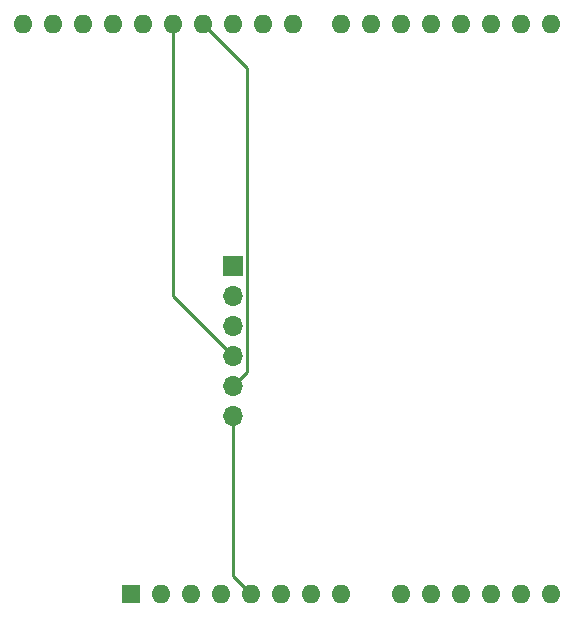
<source format=gbr>
%TF.GenerationSoftware,KiCad,Pcbnew,7.0.2-0*%
%TF.CreationDate,2023-04-20T17:22:28-07:00*%
%TF.ProjectId,RGProgrammer_V1,52475072-6f67-4726-916d-6d65725f5631,rev?*%
%TF.SameCoordinates,Original*%
%TF.FileFunction,Copper,L2,Bot*%
%TF.FilePolarity,Positive*%
%FSLAX46Y46*%
G04 Gerber Fmt 4.6, Leading zero omitted, Abs format (unit mm)*
G04 Created by KiCad (PCBNEW 7.0.2-0) date 2023-04-20 17:22:28*
%MOMM*%
%LPD*%
G01*
G04 APERTURE LIST*
%TA.AperFunction,ComponentPad*%
%ADD10R,1.700000X1.700000*%
%TD*%
%TA.AperFunction,ComponentPad*%
%ADD11O,1.700000X1.700000*%
%TD*%
%TA.AperFunction,ComponentPad*%
%ADD12R,1.600000X1.600000*%
%TD*%
%TA.AperFunction,ComponentPad*%
%ADD13O,1.600000X1.600000*%
%TD*%
%TA.AperFunction,Conductor*%
%ADD14C,0.250000*%
%TD*%
G04 APERTURE END LIST*
D10*
%TO.P,J1,1,Pin_1*%
%TO.N,GND*%
X146000000Y-81675000D03*
D11*
%TO.P,J1,2,Pin_2*%
%TO.N,D10*%
X146000000Y-84215000D03*
%TO.P,J1,3,Pin_3*%
%TO.N,D13*%
X146000000Y-86755000D03*
%TO.P,J1,4,Pin_4*%
%TO.N,D12*%
X146000000Y-89295000D03*
%TO.P,J1,5,Pin_5*%
%TO.N,D11*%
X146000000Y-91835000D03*
%TO.P,J1,6,Pin_6*%
%TO.N,+5V*%
X146000000Y-94375000D03*
%TD*%
D12*
%TO.P,A1,1,NC*%
%TO.N,unconnected-(A1-NC-Pad1)*%
X137340000Y-109415000D03*
D13*
%TO.P,A1,2,IOREF*%
%TO.N,unconnected-(A1-IOREF-Pad2)*%
X139880000Y-109415000D03*
%TO.P,A1,3,~{RESET}*%
%TO.N,Net-(A1-~{RESET})*%
X142420000Y-109415000D03*
%TO.P,A1,4,3V3*%
%TO.N,unconnected-(A1-3V3-Pad4)*%
X144960000Y-109415000D03*
%TO.P,A1,5,+5V*%
%TO.N,+5V*%
X147500000Y-109415000D03*
%TO.P,A1,6,GND*%
%TO.N,GND*%
X150040000Y-109415000D03*
%TO.P,A1,7,GND*%
X152580000Y-109415000D03*
%TO.P,A1,8,VIN*%
%TO.N,unconnected-(A1-VIN-Pad8)*%
X155120000Y-109415000D03*
%TO.P,A1,9,A0*%
%TO.N,unconnected-(A1-A0-Pad9)*%
X160200000Y-109415000D03*
%TO.P,A1,10,A1*%
%TO.N,unconnected-(A1-A1-Pad10)*%
X162740000Y-109415000D03*
%TO.P,A1,11,A2*%
%TO.N,unconnected-(A1-A2-Pad11)*%
X165280000Y-109415000D03*
%TO.P,A1,12,A3*%
%TO.N,unconnected-(A1-A3-Pad12)*%
X167820000Y-109415000D03*
%TO.P,A1,13,SDA/A4*%
%TO.N,unconnected-(A1-SDA{slash}A4-Pad13)*%
X170360000Y-109415000D03*
%TO.P,A1,14,SCL/A5*%
%TO.N,unconnected-(A1-SCL{slash}A5-Pad14)*%
X172900000Y-109415000D03*
%TO.P,A1,15,D0/RX*%
%TO.N,unconnected-(A1-D0{slash}RX-Pad15)*%
X172900000Y-61155000D03*
%TO.P,A1,16,D1/TX*%
%TO.N,unconnected-(A1-D1{slash}TX-Pad16)*%
X170360000Y-61155000D03*
%TO.P,A1,17,D2*%
%TO.N,unconnected-(A1-D2-Pad17)*%
X167820000Y-61155000D03*
%TO.P,A1,18,D3*%
%TO.N,unconnected-(A1-D3-Pad18)*%
X165280000Y-61155000D03*
%TO.P,A1,19,D4*%
%TO.N,unconnected-(A1-D4-Pad19)*%
X162740000Y-61155000D03*
%TO.P,A1,20,D5*%
%TO.N,unconnected-(A1-D5-Pad20)*%
X160200000Y-61155000D03*
%TO.P,A1,21,D6*%
%TO.N,unconnected-(A1-D6-Pad21)*%
X157660000Y-61155000D03*
%TO.P,A1,22,D7*%
%TO.N,unconnected-(A1-D7-Pad22)*%
X155120000Y-61155000D03*
%TO.P,A1,23,D8*%
%TO.N,unconnected-(A1-D8-Pad23)*%
X151060000Y-61155000D03*
%TO.P,A1,24,D9*%
%TO.N,unconnected-(A1-D9-Pad24)*%
X148520000Y-61155000D03*
%TO.P,A1,25,D10*%
%TO.N,D10*%
X145980000Y-61155000D03*
%TO.P,A1,26,D11*%
%TO.N,D11*%
X143440000Y-61155000D03*
%TO.P,A1,27,D12*%
%TO.N,D12*%
X140900000Y-61155000D03*
%TO.P,A1,28,D13*%
%TO.N,D13*%
X138360000Y-61155000D03*
%TO.P,A1,29,GND*%
%TO.N,GND*%
X135820000Y-61155000D03*
%TO.P,A1,30,AREF*%
%TO.N,unconnected-(A1-AREF-Pad30)*%
X133280000Y-61155000D03*
%TO.P,A1,31,SDA/A4*%
%TO.N,unconnected-(A1-SDA{slash}A4-Pad31)*%
X130740000Y-61155000D03*
%TO.P,A1,32,SCL/A5*%
%TO.N,unconnected-(A1-SCL{slash}A5-Pad32)*%
X128200000Y-61155000D03*
%TD*%
D14*
%TO.N,+5V*%
X146000000Y-107915000D02*
X147500000Y-109415000D01*
X146000000Y-94375000D02*
X146000000Y-107915000D01*
%TO.N,D11*%
X147175000Y-90660000D02*
X147175000Y-64890000D01*
X147175000Y-64890000D02*
X143440000Y-61155000D01*
X146000000Y-91835000D02*
X147175000Y-90660000D01*
%TO.N,D12*%
X140900000Y-84195000D02*
X140900000Y-61155000D01*
X146000000Y-89295000D02*
X140900000Y-84195000D01*
%TD*%
M02*

</source>
